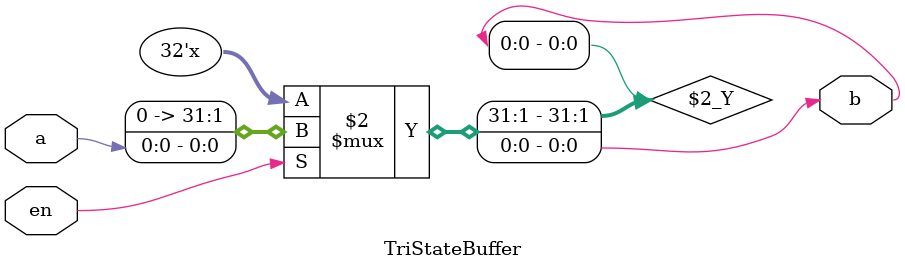
<source format=v>
module TriStateBuffer(a,en,b);

input a,en;
output b;
assign b = en? a : 'bz;

endmodule
</source>
